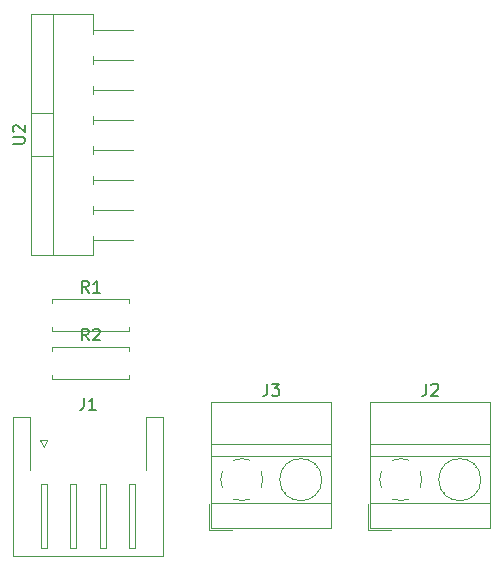
<source format=gbr>
%TF.GenerationSoftware,KiCad,Pcbnew,(5.1.6)-1*%
%TF.CreationDate,2021-06-09T14:39:38+07:00*%
%TF.ProjectId,test1,74657374-312e-46b6-9963-61645f706362,rev?*%
%TF.SameCoordinates,Original*%
%TF.FileFunction,Legend,Top*%
%TF.FilePolarity,Positive*%
%FSLAX46Y46*%
G04 Gerber Fmt 4.6, Leading zero omitted, Abs format (unit mm)*
G04 Created by KiCad (PCBNEW (5.1.6)-1) date 2021-06-09 14:39:38*
%MOMM*%
%LPD*%
G01*
G04 APERTURE LIST*
%ADD10C,0.120000*%
%ADD11C,0.150000*%
G04 APERTURE END LIST*
D10*
%TO.C,U2*%
X140620000Y-93136000D02*
X140620000Y-72696000D01*
X145861000Y-93136000D02*
X145861000Y-91460000D01*
X145861000Y-89611000D02*
X145861000Y-88920000D01*
X145861000Y-87071000D02*
X145861000Y-86380000D01*
X145861000Y-84531000D02*
X145861000Y-83840000D01*
X145861000Y-81991000D02*
X145861000Y-81300000D01*
X145861000Y-79451000D02*
X145861000Y-78760000D01*
X145861000Y-76911000D02*
X145861000Y-76220000D01*
X145861000Y-74371000D02*
X145861000Y-72696000D01*
X140620000Y-93136000D02*
X145861000Y-93136000D01*
X140620000Y-72696000D02*
X145861000Y-72696000D01*
X142460000Y-93136000D02*
X142460000Y-72696000D01*
X140620000Y-84765000D02*
X142460000Y-84765000D01*
X140620000Y-81066000D02*
X142460000Y-81066000D01*
X145861000Y-91806000D02*
X149270000Y-91806000D01*
X145861000Y-89266000D02*
X149255000Y-89266000D01*
X145861000Y-86726000D02*
X149255000Y-86726000D01*
X145861000Y-84186000D02*
X149255000Y-84186000D01*
X145861000Y-81646000D02*
X149255000Y-81646000D01*
X145861000Y-79106000D02*
X149255000Y-79106000D01*
X145861000Y-76566000D02*
X149255000Y-76566000D01*
X145861000Y-74026000D02*
X149255000Y-74026000D01*
%TO.C,R2*%
X142384000Y-101212000D02*
X142384000Y-100882000D01*
X142384000Y-100882000D02*
X148924000Y-100882000D01*
X148924000Y-100882000D02*
X148924000Y-101212000D01*
X142384000Y-103292000D02*
X142384000Y-103622000D01*
X142384000Y-103622000D02*
X148924000Y-103622000D01*
X148924000Y-103622000D02*
X148924000Y-103292000D01*
%TO.C,R1*%
X142384000Y-97162000D02*
X142384000Y-96832000D01*
X142384000Y-96832000D02*
X148924000Y-96832000D01*
X148924000Y-96832000D02*
X148924000Y-97162000D01*
X142384000Y-99242000D02*
X142384000Y-99572000D01*
X142384000Y-99572000D02*
X148924000Y-99572000D01*
X148924000Y-99572000D02*
X148924000Y-99242000D01*
%TO.C,J3*%
X165228000Y-112126000D02*
G75*
G03*
X165228000Y-112126000I-1780000J0D01*
G01*
X155888000Y-114126000D02*
X166008000Y-114126000D01*
X155888000Y-110126000D02*
X166008000Y-110126000D01*
X155888000Y-109126000D02*
X166008000Y-109126000D01*
X155888000Y-105566000D02*
X166008000Y-105566000D01*
X155888000Y-116186000D02*
X166008000Y-116186000D01*
X155888000Y-105566000D02*
X155888000Y-116186000D01*
X166008000Y-105566000D02*
X166008000Y-116186000D01*
X164798000Y-110993000D02*
X164749000Y-111043000D01*
X162340000Y-113451000D02*
X162316000Y-113476000D01*
X164581000Y-110776000D02*
X164556000Y-110800000D01*
X162148000Y-113209000D02*
X162098000Y-113259000D01*
X155648000Y-114186000D02*
X155648000Y-116426000D01*
X155648000Y-116426000D02*
X157648000Y-116426000D01*
X158478814Y-113906389D02*
G75*
G02*
X157752000Y-113765000I-30814J1780389D01*
G01*
X156808795Y-112821516D02*
G75*
G02*
X156809000Y-111430000I1639205J695516D01*
G01*
X157752484Y-110486795D02*
G75*
G02*
X159144000Y-110487000I695516J-1639205D01*
G01*
X160087205Y-111430484D02*
G75*
G02*
X160087000Y-112822000I-1639205J-695516D01*
G01*
X159143501Y-113764499D02*
G75*
G02*
X158448000Y-113906000I-695501J1638499D01*
G01*
%TO.C,J2*%
X178690000Y-112126000D02*
G75*
G03*
X178690000Y-112126000I-1780000J0D01*
G01*
X169350000Y-114126000D02*
X179470000Y-114126000D01*
X169350000Y-110126000D02*
X179470000Y-110126000D01*
X169350000Y-109126000D02*
X179470000Y-109126000D01*
X169350000Y-105566000D02*
X179470000Y-105566000D01*
X169350000Y-116186000D02*
X179470000Y-116186000D01*
X169350000Y-105566000D02*
X169350000Y-116186000D01*
X179470000Y-105566000D02*
X179470000Y-116186000D01*
X178260000Y-110993000D02*
X178211000Y-111043000D01*
X175802000Y-113451000D02*
X175778000Y-113476000D01*
X178043000Y-110776000D02*
X178018000Y-110800000D01*
X175610000Y-113209000D02*
X175560000Y-113259000D01*
X169110000Y-114186000D02*
X169110000Y-116426000D01*
X169110000Y-116426000D02*
X171110000Y-116426000D01*
X171940814Y-113906389D02*
G75*
G02*
X171214000Y-113765000I-30814J1780389D01*
G01*
X170270795Y-112821516D02*
G75*
G02*
X170271000Y-111430000I1639205J695516D01*
G01*
X171214484Y-110486795D02*
G75*
G02*
X172606000Y-110487000I695516J-1639205D01*
G01*
X173549205Y-111430484D02*
G75*
G02*
X173549000Y-112822000I-1639205J-695516D01*
G01*
X172605501Y-113764499D02*
G75*
G02*
X171910000Y-113906000I-695501J1638499D01*
G01*
%TO.C,J1*%
X145434000Y-118566000D02*
X139124000Y-118566000D01*
X139124000Y-118566000D02*
X139124000Y-106846000D01*
X139124000Y-106846000D02*
X140544000Y-106846000D01*
X140544000Y-106846000D02*
X140544000Y-111346000D01*
X145434000Y-118566000D02*
X151744000Y-118566000D01*
X151744000Y-118566000D02*
X151744000Y-106846000D01*
X151744000Y-106846000D02*
X150324000Y-106846000D01*
X150324000Y-106846000D02*
X150324000Y-111346000D01*
X141434000Y-112456000D02*
X141434000Y-117956000D01*
X141434000Y-117956000D02*
X141934000Y-117956000D01*
X141934000Y-117956000D02*
X141934000Y-112456000D01*
X141934000Y-112456000D02*
X141434000Y-112456000D01*
X143934000Y-112456000D02*
X143934000Y-117956000D01*
X143934000Y-117956000D02*
X144434000Y-117956000D01*
X144434000Y-117956000D02*
X144434000Y-112456000D01*
X144434000Y-112456000D02*
X143934000Y-112456000D01*
X146434000Y-112456000D02*
X146434000Y-117956000D01*
X146434000Y-117956000D02*
X146934000Y-117956000D01*
X146934000Y-117956000D02*
X146934000Y-112456000D01*
X146934000Y-112456000D02*
X146434000Y-112456000D01*
X148934000Y-112456000D02*
X148934000Y-117956000D01*
X148934000Y-117956000D02*
X149434000Y-117956000D01*
X149434000Y-117956000D02*
X149434000Y-112456000D01*
X149434000Y-112456000D02*
X148934000Y-112456000D01*
X141684000Y-109356000D02*
X141384000Y-108756000D01*
X141384000Y-108756000D02*
X141984000Y-108756000D01*
X141984000Y-108756000D02*
X141684000Y-109356000D01*
%TO.C,U2*%
D11*
X139072380Y-83677904D02*
X139881904Y-83677904D01*
X139977142Y-83630285D01*
X140024761Y-83582666D01*
X140072380Y-83487428D01*
X140072380Y-83296952D01*
X140024761Y-83201714D01*
X139977142Y-83154095D01*
X139881904Y-83106476D01*
X139072380Y-83106476D01*
X139167619Y-82677904D02*
X139120000Y-82630285D01*
X139072380Y-82535047D01*
X139072380Y-82296952D01*
X139120000Y-82201714D01*
X139167619Y-82154095D01*
X139262857Y-82106476D01*
X139358095Y-82106476D01*
X139500952Y-82154095D01*
X140072380Y-82725523D01*
X140072380Y-82106476D01*
%TO.C,R2*%
X145487333Y-100334380D02*
X145154000Y-99858190D01*
X144915904Y-100334380D02*
X144915904Y-99334380D01*
X145296857Y-99334380D01*
X145392095Y-99382000D01*
X145439714Y-99429619D01*
X145487333Y-99524857D01*
X145487333Y-99667714D01*
X145439714Y-99762952D01*
X145392095Y-99810571D01*
X145296857Y-99858190D01*
X144915904Y-99858190D01*
X145868285Y-99429619D02*
X145915904Y-99382000D01*
X146011142Y-99334380D01*
X146249238Y-99334380D01*
X146344476Y-99382000D01*
X146392095Y-99429619D01*
X146439714Y-99524857D01*
X146439714Y-99620095D01*
X146392095Y-99762952D01*
X145820666Y-100334380D01*
X146439714Y-100334380D01*
%TO.C,R1*%
X145487333Y-96284380D02*
X145154000Y-95808190D01*
X144915904Y-96284380D02*
X144915904Y-95284380D01*
X145296857Y-95284380D01*
X145392095Y-95332000D01*
X145439714Y-95379619D01*
X145487333Y-95474857D01*
X145487333Y-95617714D01*
X145439714Y-95712952D01*
X145392095Y-95760571D01*
X145296857Y-95808190D01*
X144915904Y-95808190D01*
X146439714Y-96284380D02*
X145868285Y-96284380D01*
X146154000Y-96284380D02*
X146154000Y-95284380D01*
X146058761Y-95427238D01*
X145963523Y-95522476D01*
X145868285Y-95570095D01*
%TO.C,J3*%
X160614666Y-104018380D02*
X160614666Y-104732666D01*
X160567047Y-104875523D01*
X160471809Y-104970761D01*
X160328952Y-105018380D01*
X160233714Y-105018380D01*
X160995619Y-104018380D02*
X161614666Y-104018380D01*
X161281333Y-104399333D01*
X161424190Y-104399333D01*
X161519428Y-104446952D01*
X161567047Y-104494571D01*
X161614666Y-104589809D01*
X161614666Y-104827904D01*
X161567047Y-104923142D01*
X161519428Y-104970761D01*
X161424190Y-105018380D01*
X161138476Y-105018380D01*
X161043238Y-104970761D01*
X160995619Y-104923142D01*
%TO.C,J2*%
X174076666Y-104018380D02*
X174076666Y-104732666D01*
X174029047Y-104875523D01*
X173933809Y-104970761D01*
X173790952Y-105018380D01*
X173695714Y-105018380D01*
X174505238Y-104113619D02*
X174552857Y-104066000D01*
X174648095Y-104018380D01*
X174886190Y-104018380D01*
X174981428Y-104066000D01*
X175029047Y-104113619D01*
X175076666Y-104208857D01*
X175076666Y-104304095D01*
X175029047Y-104446952D01*
X174457619Y-105018380D01*
X175076666Y-105018380D01*
%TO.C,J1*%
X145100666Y-105208380D02*
X145100666Y-105922666D01*
X145053047Y-106065523D01*
X144957809Y-106160761D01*
X144814952Y-106208380D01*
X144719714Y-106208380D01*
X146100666Y-106208380D02*
X145529238Y-106208380D01*
X145814952Y-106208380D02*
X145814952Y-105208380D01*
X145719714Y-105351238D01*
X145624476Y-105446476D01*
X145529238Y-105494095D01*
%TD*%
M02*

</source>
